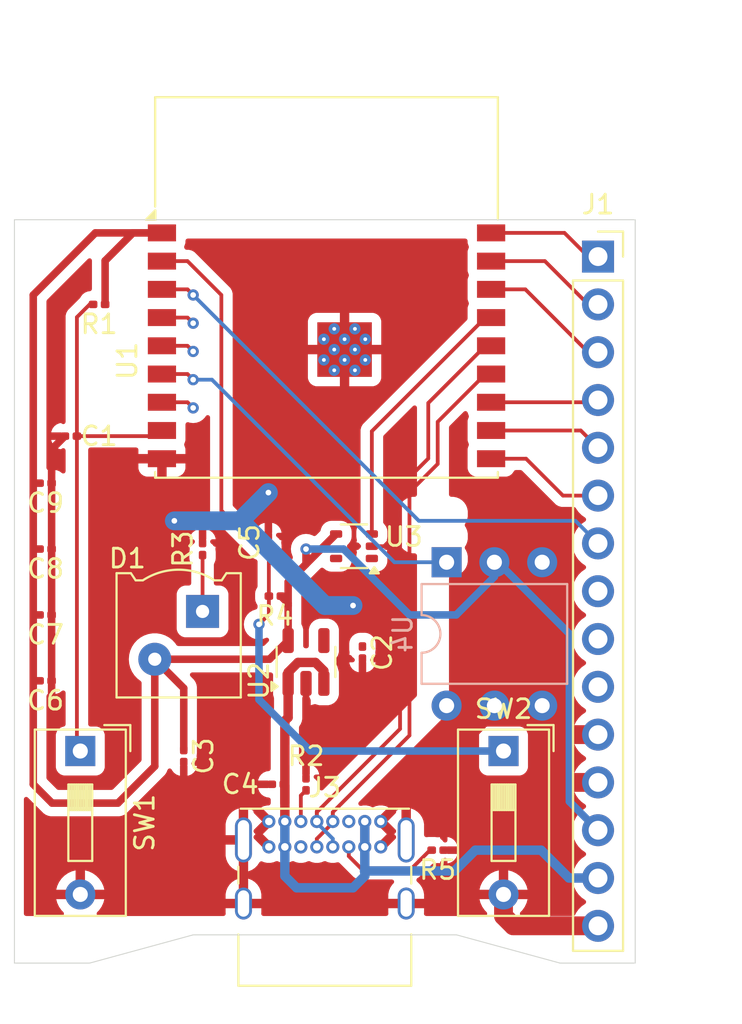
<source format=kicad_pcb>
(kicad_pcb (version 20240108) (generator "pcbnew") (generator_version "8.0")
  (layers (0 "F.Cu" mixed) (31 "B.Cu" jumper) (34 "B.Paste" user) (35 "F.Paste" user) (36 "B.SilkS" user "B.Silkscreen") (37 "F.SilkS" user "F.Silkscreen") (38 "B.Mask" user) (39 "F.Mask" user) (44 "Edge.Cuts" user))
  (net 0 "")
  (net 1 "Earth")
  (net 2 "Net-(U1-IO9)")
  (net 3 "Net-(U2-BP)")
  (net 4 "+5V")
  (net 5 "/Esp32_EN")
  (net 6 "Net-(D1-Pad1)")
  (net 7 "+3.3V")
  (net 8 "Net-(U1-IO0)")
  (net 10 "Net-(U1-IO1)")
  (net 11 "Net-(U1-IO2)")
  (net 12 "/TSensor")
  (net 15 "Net-(U1-IO18)")
  (net 16 "Net-(U1-IO19)")
  (net 18 "unconnected-(U1-IO6-Pad5)")
  (net 19 "unconnected-(U1-IO5-Pad4)")
  (net 21 "/IO21")
  (net 22 "/IO20")
  (net 23 "Net-(U1-IO10)")
  (net 24 "Net-(U1-IO4)")
  (net 25 "/optocoupler")
  (net 26 "/optocoupleur_gnd")
  (net 27 "/IO8")
  (net 28 "Net-(J3-CC1)")
  (net 29 "Net-(J3-CC2)")
  (net 32 "/IO7")
  (footprint "Resistor_SMD:R_0201_0603Metric" (layer "F.Cu") (at 144.5 107.5 -90)
    (property "Reference" "R2")
    (property "Value" "5k1")
  )
  (footprint "Capacitor_SMD:C_0201_0603Metric" (layer "F.Cu") (at 130.655 98.5 180)
    (property "Reference" "C7")
    (property "Value" "100n")
  )
  (footprint "Resistor_SMD:R_0201_0603Metric" (layer "F.Cu") (at 142.845 97.5 180)
    (property "Reference" "R4")
    (property "Value" "5k1")
  )
  (footprint "Resistor_SMD:R_0201_0603Metric" (layer "F.Cu") (at 139 95 90)
    (property "Reference" "R3")
    (property "Value" "1k")
  )
  (footprint "Connector_USB:USB_C_Receptacle_GCT_USB4085" (layer "F.Cu") (at 142.525 109.475)
    (property "Reference" "J3")
    (property "Value" "USB_C_Receptacle_USB2.0_16P")
  )
  (footprint "Capacitor_SMD:C_0201_0603Metric" (layer "F.Cu") (at 130.655 91.5 180)
    (property "Reference" "C9")
    (property "Value" "100n")
  )
  (footprint "LED_THT:LED_VCCLite_5381H5_6.35x6.35mm" (layer "F.Cu") (at 139 98.314361 -90)
    (property "Reference" "D1")
    (property "Value" "LED")
  )
  (footprint "Capacitor_SMD:C_0201_0603Metric" (layer "F.Cu") (at 132 89 180)
    (property "Reference" "C1")
    (property "Value" "100n")
  )
  (footprint "Resistor_SMD:R_0201_0603Metric" (layer "F.Cu") (at 133.5 82 180)
    (property "Reference" "R1")
    (property "Value" "5k1")
  )
  (footprint "Capacitor_SMD:C_0201_0603Metric" (layer "F.Cu") (at 130.655 95 180)
    (property "Reference" "C8")
    (property "Value" "100n")
  )
  (footprint "Package_TO_SOT_SMD:SOT-353_SC-70-5" (layer "F.Cu") (at 147.05 94.85 180)
    (property "Reference" "U3")
    (property "Value" "MCP9700Ax-HLT")
  )
  (footprint "Capacitor_SMD:C_0201_0603Metric" (layer "F.Cu") (at 130.655 102 180)
    (property "Reference" "C6")
    (property "Value" "10u")
  )
  (footprint "RF_Module:ESP32-C3-WROOM-02" (layer "F.Cu") (at 145.59 84.2)
    (property "Reference" "U1")
    (property "Value" "ESP32-C3-WROOM-02")
  )
  (footprint "Capacitor_SMD:C_0201_0603Metric" (layer "F.Cu") (at 147.5 100.5 -90)
    (property "Reference" "C2")
    (property "Value" "100n")
  )
  (footprint "Button_Switch_THT:SW_DIP_SPSTx01_Slide_9.78x4.72mm_W7.62mm_P2.54mm" (layer "F.Cu") (at 132.5 105.7325 -90)
    (property "Reference" "SW1")
    (property "Value" "SW_Push")
  )
  (footprint "Button_Switch_THT:SW_DIP_SPSTx01_Slide_9.78x4.72mm_W7.62mm_P2.54mm" (layer "F.Cu") (at 155 105.7325 -90)
    (property "Reference" "SW2")
    (property "Value" "SW_Push")
  )
  (footprint "Resistor_SMD:R_0201_0603Metric" (layer "F.Cu") (at 151.5 111 180)
    (property "Reference" "R5")
    (property "Value" "5k1")
  )
  (footprint "Capacitor_SMD:C_0201_0603Metric" (layer "F.Cu") (at 138 106 -90)
    (property "Reference" "C3")
    (property "Value" "10u")
  )
  (footprint "Connector_PinSocket_2.54mm:PinSocket_1x15_P2.54mm_Vertical" (layer "F.Cu") (at 160.025 79.46)
    (property "Reference" "J1")
    (property "Value" "PINHD_1x15_Female")
  )
  (footprint "Capacitor_SMD:C_0201_0603Metric" (layer "F.Cu") (at 142.5 94.655 90)
    (property "Reference" "C5")
    (property "Value" "100n")
  )
  (footprint "Package_TO_SOT_SMD:SOT-23-5" (layer "F.Cu") (at 144.5 101 90)
    (property "Reference" "U2")
    (property "Value" "SPX3819M5-L-3-3")
  )
  (footprint "Capacitor_SMD:C_0201_0603Metric" (layer "F.Cu") (at 143 107.5 180)
    (property "Reference" "C4")
    (property "Value" "10u")
  )
  (footprint "Package_DIP:DIP-6_W7.62mm" (layer "B.Cu") (at 151.975 95.7 -90)
    (property "Reference" "U4")
    (property "Value" "4N28")
  )
  (gr_line (start 158 117) (end 152.5 115.5) (stroke (width 0.05)) (layer "Edge.Cuts"))
  (gr_line (start 129 117) (end 129 77.5) (stroke (width 0.05)) (layer "Edge.Cuts"))
  (gr_line (start 162 77.5) (end 162 117) (stroke (width 0.05)) (layer "Edge.Cuts"))
  (gr_line (start 152.5 115.5) (end 138.5 115.5) (stroke (width 0.05)) (layer "Edge.Cuts"))
  (gr_line (start 138.5 115.5) (end 133 117) (stroke (width 0.05)) (layer "Edge.Cuts"))
  (gr_line (start 162 117) (end 158 117) (stroke (width 0.05)) (layer "Edge.Cuts"))
  (gr_line (start 129 77.5) (end 162 77.5) (stroke (width 0.05)) (layer "Edge.Cuts"))
  (gr_line (start 133 117) (end 129 117) (stroke (width 0.05)) (layer "Edge.Cuts"))
  (segment (start 148.65 94.85) (end 149 94.5) (width 0.2) (layer "F.Cu") (net 1))
  (segment (start 155 114.5) (end 155.52 115.02) (width 1) (layer "F.Cu") (net 1))
  (segment (start 130.975 91.5) (end 130.975 89.705) (width 0.4) (layer "F.Cu") (net 1))
  (segment (start 130.975 91.5) (end 130.975 95) (width 0.4) (layer "F.Cu") (net 1))
  (segment (start 148 94.85) (end 148.65 94.85) (width 0.2) (layer "F.Cu") (net 1))
  (segment (start 130.975 98.5) (end 130.975 103.475) (width 0.4) (layer "F.Cu") (net 1))
  (segment (start 155.52 115.02) (end 160.025 115.02) (width 1) (layer "F.Cu") (net 1))
  (segment (start 130.975 98.5) (end 130.975 95) (width 0.4) (layer "F.Cu") (net 1))
  (segment (start 155 113.3525) (end 155 114.5) (width 1) (layer "F.Cu") (net 1))
  (segment (start 130.975 89.705) (end 131.68 89) (width 0.4) (layer "F.Cu") (net 1))
  (segment (start 130.975 103.475) (end 131 103.5) (width 0.2) (layer "F.Cu") (net 1))
  (via (at 142.5 92) (size 0.6) (drill 0.3) (layers "F.Cu" "B.Cu") (net 1))
  (via (at 137.5 93.5) (size 0.6) (drill 0.3) (layers "F.Cu" "B.Cu") (net 1))
  (via (at 147 98) (size 0.6) (drill 0.3) (layers "F.Cu" "B.Cu") (net 1))
  (segment (start 137.5 93.5) (end 141 93.5) (width 1) (layer "B.Cu") (net 1))
  (segment (start 141 93.5) (end 142.5 92) (width 1) (layer "B.Cu") (net 1))
  (segment (start 145.5 98) (end 147 98) (width 1) (layer "B.Cu") (net 1))
  (segment (start 141 93.5) (end 145.5 98) (width 1) (layer "B.Cu") (net 1))
  (segment (start 132.32 105.5525) (end 132.5 105.7325) (width 0.2) (layer "F.Cu") (net 2))
  (segment (start 132.32 89) (end 136.54 89) (width 0.2) (layer "F.Cu") (net 2))
  (segment (start 136.54 89) (end 136.84 88.7) (width 0.2) (layer "F.Cu") (net 2))
  (segment (start 132.32 82.68) (end 132.32 89) (width 0.2) (layer "F.Cu") (net 2))
  (segment (start 133.18 82) (end 133 82) (width 0.2) (layer "F.Cu") (net 2))
  (segment (start 133 82) (end 132.32 82.68) (width 0.2) (layer "F.Cu") (net 2))
  (segment (start 132.32 89) (end 132.32 105.5525) (width 0.2) (layer "F.Cu") (net 2))
  (segment (start 143.55 103.95) (end 143.375 104.125) (width 0.5) (layer "F.Cu") (net 4))
  (segment (start 147.625 110.825) (end 147.625 109.475) (width 0.5) (layer "F.Cu") (net 4))
  (segment (start 143.375 107.555) (end 143.32 107.5) (width 0.2) (layer "F.Cu") (net 4))
  (segment (start 143.375 104.125) (end 143.375 109.475) (width 0.5) (layer "F.Cu") (net 4))
  (segment (start 144.075 101.025) (end 144.999999 101.025) (width 0.5) (layer "F.Cu") (net 4))
  (segment (start 143.55 103.95) (end 143.55 102.1375) (width 0.5) (layer "F.Cu") (net 4))
  (segment (start 143.55 101.55) (end 144.075 101.025) (width 0.5) (layer "F.Cu") (net 4))
  (segment (start 145.45 101.475001) (end 145.45 102.1375) (width 0.5) (layer "F.Cu") (net 4))
  (segment (start 143.55 102.1375) (end 143.55 101.55) (width 0.5) (layer "F.Cu") (net 4))
  (segment (start 144.999999 101.025) (end 145.45 101.475001) (width 0.5) (layer "F.Cu") (net 4))
  (segment (start 143.375 108.5) (end 143.375 107.555) (width 0.5) (layer "F.Cu") (net 4))
  (segment (start 158.48 112.48) (end 160.025 112.48) (width 0.5) (layer "B.Cu") (net 4))
  (segment (start 157 111) (end 158.48 112.48) (width 0.5) (layer "B.Cu") (net 4))
  (segment (start 152.395 112.105) (end 153.5 111) (width 0.5) (layer "B.Cu") (net 4))
  (segment (start 147.605 112.105) (end 152.395 112.105) (width 0.5) (layer "B.Cu") (net 4))
  (segment (start 143.375 109.475) (end 143.375 112.375) (width 0.5) (layer "B.Cu") (net 4))
  (segment (start 153.5 111) (end 157 111) (width 0.5) (layer "B.Cu") (net 4))
  (segment (start 143.375 112.375) (end 144 113) (width 0.5) (layer "B.Cu") (net 4))
  (segment (start 147.625 112.375) (end 147.625 109.475) (width 0.5) (layer "B.Cu") (net 4))
  (segment (start 147 113) (end 147.625 112.375) (width 0.5) (layer "B.Cu") (net 4))
  (segment (start 144 113) (end 147 113) (width 0.5) (layer "B.Cu") (net 4))
  (segment (start 142.5 94.975) (end 142.025 94.975) (width 0.2) (layer "F.Cu") (net 5))
  (segment (start 138.2 79.7) (end 136.84 79.7) (width 0.2) (layer "F.Cu") (net 5))
  (segment (start 142.525 95) (end 142.5 94.975) (width 0.2) (layer "F.Cu") (net 5))
  (segment (start 140 81.5) (end 138.2 79.7) (width 0.2) (layer "F.Cu") (net 5))
  (segment (start 142.525 97.5) (end 142.525 95) (width 0.2) (layer "F.Cu") (net 5))
  (segment (start 140 92.95) (end 140 81.5) (width 0.2) (layer "F.Cu") (net 5))
  (segment (start 142.525 98.475) (end 142 99) (width 0.2) (layer "F.Cu") (net 5))
  (segment (start 142.025 94.975) (end 140 92.95) (width 0.2) (layer "F.Cu") (net 5))
  (segment (start 142.525 97.5) (end 142.525 98.475) (width 0.2) (layer "F.Cu") (net 5))
  (via (at 142 99) (size 0.6) (drill 0.3) (layers "F.Cu" "B.Cu") (net 5))
  (segment (start 142 99) (end 142 103) (width 0.4) (layer "B.Cu") (net 5))
  (segment (start 144.7325 105.7325) (end 155 105.7325) (width 0.4) (layer "B.Cu") (net 5))
  (segment (start 142 103) (end 144.7325 105.7325) (width 0.4) (layer "B.Cu") (net 5))
  (segment (start 139 98.314361) (end 139 95.32) (width 0.2) (layer "F.Cu") (net 6))
  (segment (start 136.46 106.54) (end 134.5 108.5) (width 0.4) (layer "F.Cu") (net 7))
  (segment (start 143.55 99.8625) (end 142.558139 100.854361) (width 0.4) (layer "F.Cu") (net 7))
  (segment (start 130 107.5) (end 130 81.5) (width 0.4) (layer "F.Cu") (net 7))
  (segment (start 138 102.394361) (end 138 105.68) (width 0.4) (layer "F.Cu") (net 7))
  (segment (start 143.9 96.4) (end 144.5 95.8) (width 0.4) (layer "F.Cu") (net 7))
  (segment (start 133.82 79.68) (end 133.82 82) (width 0.4) (layer "F.Cu") (net 7))
  (segment (start 136.84 78.2) (end 135.3 78.2) (width 0.4) (layer "F.Cu") (net 7))
  (segment (start 143.55 98) (end 143.55 96.75) (width 0.4) (layer "F.Cu") (net 7))
  (segment (start 136.46 100.854361) (end 136.46 106.54) (width 0.4) (layer "F.Cu") (net 7))
  (segment (start 131 108.5) (end 130 107.5) (width 0.4) (layer "F.Cu") (net 7))
  (segment (start 135.3 78.2) (end 133.82 79.68) (width 0.4) (layer "F.Cu") (net 7))
  (segment (start 143.9 96.4) (end 146.1 94.2) (width 0.4) (layer "F.Cu") (net 7))
  (segment (start 133.3 78.2) (end 136.84 78.2) (width 0.4) (layer "F.Cu") (net 7))
  (segment (start 143.55 96.75) (end 143.9 96.4) (width 0.4) (layer "F.Cu") (net 7))
  (segment (start 130 81.5) (end 133.3 78.2) (width 0.4) (layer "F.Cu") (net 7))
  (segment (start 142.558139 100.854361) (end 136.46 100.854361) (width 0.4) (layer "F.Cu") (net 7))
  (segment (start 136.46 100.854361) (end 138 102.394361) (width 0.4) (layer "F.Cu") (net 7))
  (segment (start 143.55 98) (end 143.55 97.885) (width 0.2) (layer "F.Cu") (net 7))
  (segment (start 144.5 95.8) (end 144.5 95) (width 0.4) (layer "F.Cu") (net 7))
  (segment (start 143.55 99.8625) (end 143.55 98) (width 0.4) (layer "F.Cu") (net 7))
  (segment (start 143.55 97.885) (end 143.165 97.5) (width 0.4) (layer "F.Cu") (net 7))
  (segment (start 134.5 108.5) (end 131 108.5) (width 0.4) (layer "F.Cu") (net 7))
  (via (at 144.5 95) (size 0.6) (drill 0.3) (layers "F.Cu" "B.Cu") (net 7))
  (segment (start 154.515 95.7) (end 154.515 96.47) (width 0.4) (layer "B.Cu") (net 7))
  (segment (start 146.5 95) (end 144.5 95) (width 0.4) (layer "B.Cu") (net 7))
  (segment (start 158.5 99.5) (end 158.5 108.415) (width 0.4) (layer "B.Cu") (net 7))
  (segment (start 152.485 98.5) (end 150 98.5) (width 0.4) (layer "B.Cu") (net 7))
  (segment (start 150 98.5) (end 146.5 95) (width 0.4) (layer "B.Cu") (net 7))
  (segment (start 154.7 95.7) (end 158.5 99.5) (width 0.4) (layer "B.Cu") (net 7))
  (segment (start 154.515 95.7) (end 154.7 95.7) (width 0.4) (layer "B.Cu") (net 7))
  (segment (start 158.5 108.415) (end 160.025 109.94) (width 0.4) (layer "B.Cu") (net 7))
  (segment (start 154.515 96.47) (end 152.485 98.5) (width 0.4) (layer "B.Cu") (net 7))
  (segment (start 158.24 78.2) (end 160 79.96) (width 0.2) (layer "F.Cu") (net 8))
  (segment (start 154.34 78.2) (end 158.24 78.2) (width 0.2) (layer "F.Cu") (net 8))
  (segment (start 160 82.5) (end 157.2 79.7) (width 0.2) (layer "F.Cu") (net 10))
  (segment (start 157.2 79.7) (end 154.34 79.7) (width 0.2) (layer "F.Cu") (net 10))
  (segment (start 154.34 81.2) (end 156.16 81.2) (width 0.2) (layer "F.Cu") (net 11))
  (segment (start 156.16 81.2) (end 160 85.04) (width 0.2) (layer "F.Cu") (net 11))
  (segment (start 148 94.2) (end 148 88.74) (width 0.2) (layer "F.Cu") (net 12))
  (segment (start 154.04 82.7) (end 154.34 82.7) (width 0.2) (layer "F.Cu") (net 12))
  (segment (start 148 88.74) (end 154.04 82.7) (width 0.2) (layer "F.Cu") (net 12))
  (segment (start 145.925 109.544239) (end 145.925 109.475) (width 0.2) (layer "F.Cu") (net 15))
  (segment (start 151.5 90.31097) (end 151.5 88.24) (width 0.2) (layer "F.Cu") (net 15))
  (segment (start 145.925 109.475) (end 145.925 109.075) (width 0.2) (layer "F.Cu") (net 15))
  (segment (start 150 104.905026) (end 150 91.976337) (width 0.2) (layer "F.Cu") (net 15))
  (segment (start 145.925 108.980026) (end 150 104.905026) (width 0.2) (layer "F.Cu") (net 15))
  (segment (start 151.5 90.476337) (end 151.5 90.31097) (width 0.2) (layer "F.Cu") (net 15))
  (segment (start 145.925 109.475) (end 145.925 108.980026) (width 0.2) (layer "F.Cu") (net 15))
  (segment (start 150 91.976337) (end 151.5 90.476337) (width 0.2) (layer "F.Cu") (net 15))
  (segment (start 151.5 88.24) (end 154.04 85.7) (width 0.2) (layer "F.Cu") (net 15))
  (segment (start 145.075 110.394239) (end 145.925 109.544239) (width 0.2) (layer "F.Cu") (net 15))
  (segment (start 145.075 110.825) (end 145.075 110.394239) (width 0.2) (layer "F.Cu") (net 15))
  (segment (start 154.04 85.7) (end 154.34 85.7) (width 0.2) (layer "F.Cu") (net 15))
  (segment (start 151 90.186944) (end 149.5 91.686944) (width 0.2) (layer "F.Cu") (net 16))
  (segment (start 145.075 109.475) (end 145.075 108.925) (width 0.2) (layer "F.Cu") (net 16))
  (segment (start 145.075 108.980026) (end 145.075 109.475) (width 0.2) (layer "F.Cu") (net 16))
  (segment (start 151 87.24) (end 154.04 84.2) (width 0.2) (layer "F.Cu") (net 16))
  (segment (start 151 90.186944) (end 151 90.021577) (width 0.2) (layer "F.Cu") (net 16))
  (segment (start 149.5 91.686944) (end 149.5 104.555026) (width 0.2) (layer "F.Cu") (net 16))
  (segment (start 149.5 104.555026) (end 145.075 108.980026) (width 0.2) (layer "F.Cu") (net 16))
  (segment (start 151 90.021577) (end 151 87.24) (width 0.2) (layer "F.Cu") (net 16))
  (segment (start 154.04 84.2) (end 154.34 84.2) (width 0.2) (layer "F.Cu") (net 16))
  (segment (start 145.925 110.825) (end 145.925 110.394239) (width 0.2) (layer "B.Cu") (net 16))
  (segment (start 145.925 110.394239) (end 145.075 109.544239) (width 0.2) (layer "B.Cu") (net 16))
  (segment (start 145.075 109.544239) (end 145.075 109.475) (width 0.2) (layer "B.Cu") (net 16))
  (segment (start 138.2 84.2) (end 138.5 84.5) (width 0.2) (layer "F.Cu") (net 18))
  (segment (start 136.84 84.2) (end 138.2 84.2) (width 0.2) (layer "F.Cu") (net 18))
  (via (at 138.5 84.5) (size 0.6) (drill 0.3) (layers "F.Cu" "B.Cu") (net 18))
  (segment (start 136.84 82.7) (end 138.2 82.7) (width 0.2) (layer "F.Cu") (net 19))
  (segment (start 138.2 82.7) (end 138.5 83) (width 0.2) (layer "F.Cu") (net 19))
  (via (at 138.5 83) (size 0.6) (drill 0.3) (layers "F.Cu" "B.Cu") (net 19))
  (segment (start 159.905 87.2) (end 154.34 87.2) (width 0.2) (layer "F.Cu") (net 21))
  (segment (start 160.025 87.08) (end 159.905 87.2) (width 0.2) (layer "F.Cu") (net 21))
  (segment (start 160 89.595) (end 160 90.04) (width 0.2) (layer "F.Cu") (net 22))
  (segment (start 159.105 88.7) (end 160 89.595) (width 0.2) (layer "F.Cu") (net 22))
  (segment (start 154.34 88.7) (end 159.105 88.7) (width 0.2) (layer "F.Cu") (net 22))
  (segment (start 156.2 90.2) (end 154.34 90.2) (width 0.2) (layer "F.Cu") (net 23))
  (segment (start 160.025 92.16) (end 158.16 92.16) (width 0.2) (layer "F.Cu") (net 23))
  (segment (start 158.16 92.16) (end 156.2 90.2) (width 0.2) (layer "F.Cu") (net 23))
  (segment (start 136.84 81.2) (end 138.2 81.2) (width 0.2) (layer "F.Cu") (net 24))
  (segment (start 138.2 81.2) (end 138.5 81.5) (width 0.2) (layer "F.Cu") (net 24))
  (via (at 138.5 81.5) (size 0.6) (drill 0.3) (layers "F.Cu" "B.Cu") (net 24))
  (segment (start 158.825 93.5) (end 150.5 93.5) (width 0.2) (layer "B.Cu") (net 24))
  (segment (start 160.025 94.7) (end 158.825 93.5) (width 0.2) (layer "B.Cu") (net 24))
  (segment (start 150.5 93.5) (end 138.5 81.5) (width 0.2) (layer "B.Cu") (net 24))
  (segment (start 156 109.5) (end 153.5 109.5) (width 1) (layer "F.Cu") (net 25))
  (segment (start 153.5 109.5) (end 151.5 107.5) (width 1) (layer "F.Cu") (net 25))
  (segment (start 160.025 107.4) (end 158.1 107.4) (width 1) (layer "F.Cu") (net 25))
  (segment (start 151.5 106.335) (end 154.515 103.32) (width 1) (layer "F.Cu") (net 25))
  (segment (start 158.1 107.4) (end 156 109.5) (width 1) (layer "F.Cu") (net 25))
  (segment (start 151.5 107.5) (end 151.5 106.335) (width 1) (layer "F.Cu") (net 25))
  (segment (start 157.055 103.32) (end 157.055 103.555) (width 1) (layer "F.Cu") (net 26))
  (segment (start 158.36 104.86) (end 160.025 104.86) (width 1) (layer "F.Cu") (net 26))
  (segment (start 157.055 103.555) (end 158.36 104.86) (width 1) (layer "F.Cu") (net 26))
  (segment (start 138.2 87.2) (end 138.5 87.5) (width 0.2) (layer "F.Cu") (net 27))
  (segment (start 136.84 87.2) (end 138.2 87.2) (width 0.2) (layer "F.Cu") (net 27))
  (via (at 138.5 87.5) (size 0.6) (drill 0.3) (layers "F.Cu" "B.Cu") (net 27))
  (segment (start 144.225 109.475) (end 144.225 108.095) (width 0.2) (layer "F.Cu") (net 28))
  (segment (start 144.225 108.095) (end 144.5 107.82) (width 0.2) (layer "F.Cu") (net 28))
  (segment (start 150.13566 111.955) (end 151 111.09066) (width 0.2) (layer "F.Cu") (net 29))
  (segment (start 146.775 110.825) (end 146.775 111.319974) (width 0.2) (layer "F.Cu") (net 29))
  (segment (start 146.775 111.319974) (end 147.410026 111.955) (width 0.2) (layer "F.Cu") (net 29))
  (segment (start 147.410026 111.955) (end 150.13566 111.955) (width 0.2) (layer "F.Cu") (net 29))
  (segment (start 136.84 85.7) (end 138.2 85.7) (width 0.2) (layer "F.Cu") (net 32))
  (segment (start 138.2 85.7) (end 138.5 86) (width 0.2) (layer "F.Cu") (net 32))
  (via (at 138.5 86) (size 0.6) (drill 0.3) (layers "F.Cu" "B.Cu") (net 32))
  (segment (start 149.2 95.7) (end 151.975 95.7) (width 0.2) (layer "B.Cu") (net 32))
  (segment (start 138.5 86) (end 139.5 86) (width 0.2) (layer "B.Cu") (net 32))
  (segment (start 139.5 86) (end 149.2 95.7) (width 0.2) (layer "B.Cu") (net 32))
  (zone (net 1) (net_name "Earth") (layer "F.Cu") (connect_pads (clearance 0.5)) (min_thickness 0.25) (fill yes (thermal_gap 0.5) (thermal_bridge_width 0.5))
    (polygon (pts (xy 161 78.5) (xy 129.5 78.5) (xy 129.5 114.5) (xy 161 114.5)))
  )
)
</source>
